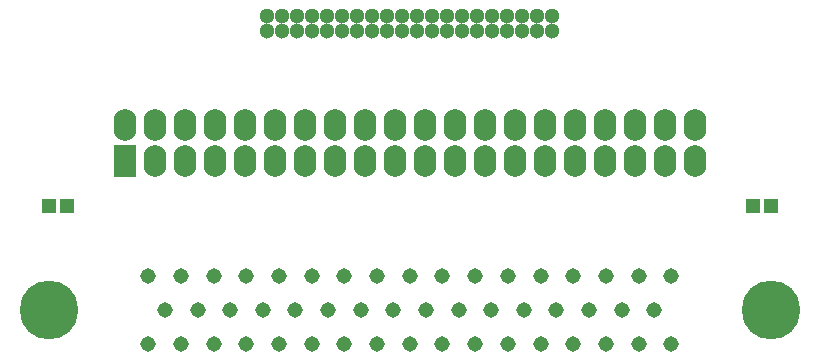
<source format=gbr>
G04 #@! TF.FileFunction,Soldermask,Top*
%FSLAX46Y46*%
G04 Gerber Fmt 4.6, Leading zero omitted, Abs format (unit mm)*
G04 Created by KiCad (PCBNEW 4.0.4-stable) date 2016 October 17, Monday 14:50:17*
%MOMM*%
%LPD*%
G01*
G04 APERTURE LIST*
%ADD10C,0.100000*%
%ADD11R,1.924000X2.686000*%
%ADD12O,1.924000X2.686000*%
%ADD13C,1.300000*%
%ADD14R,1.200000X1.150000*%
%ADD15C,4.972000*%
%ADD16C,1.314400*%
G04 APERTURE END LIST*
D10*
D11*
X117419120Y-89809320D03*
D12*
X119959120Y-89809320D03*
X122499120Y-89809320D03*
X125039120Y-89809320D03*
X127579120Y-89809320D03*
X130119120Y-89809320D03*
X132659120Y-89809320D03*
X135199120Y-89809320D03*
X137739120Y-89809320D03*
X140279120Y-89809320D03*
X142819120Y-89809320D03*
X145359120Y-89809320D03*
X147899120Y-89809320D03*
X150439120Y-89809320D03*
X152979120Y-89809320D03*
X155519120Y-89809320D03*
X158059120Y-89809320D03*
X160599120Y-89809320D03*
X163139120Y-89809320D03*
X165679120Y-89809320D03*
X117419120Y-86761320D03*
X119959120Y-86761320D03*
X122499120Y-86761320D03*
X125039120Y-86761320D03*
X127579120Y-86761320D03*
X130119120Y-86761320D03*
X132659120Y-86761320D03*
X135199120Y-86761320D03*
X137739120Y-86761320D03*
X140279120Y-86761320D03*
X142819120Y-86761320D03*
X145359120Y-86761320D03*
X147899120Y-86761320D03*
X150439120Y-86761320D03*
X152979120Y-86761320D03*
X155519120Y-86761320D03*
X158059120Y-86761320D03*
X160599120Y-86761320D03*
X163139120Y-86761320D03*
X165679120Y-86761320D03*
D13*
X129499360Y-77541120D03*
X130769360Y-77541120D03*
X132039360Y-77541120D03*
X133309360Y-77541120D03*
X134579360Y-77541120D03*
X135849360Y-77541120D03*
X137119360Y-77541120D03*
X138389360Y-77541120D03*
X139659360Y-77541120D03*
X140929360Y-77541120D03*
X142199360Y-77541120D03*
X143469360Y-77541120D03*
X144739360Y-77541120D03*
X146009360Y-77541120D03*
X147279360Y-77541120D03*
X148549360Y-77541120D03*
X149819360Y-77541120D03*
X151089360Y-77541120D03*
X152359360Y-77541120D03*
X153629360Y-77541120D03*
X129499360Y-78811120D03*
X130769360Y-78811120D03*
X132039360Y-78811120D03*
X133309360Y-78811120D03*
X134579360Y-78811120D03*
X135849360Y-78811120D03*
X137119360Y-78811120D03*
X138389360Y-78811120D03*
X139659360Y-78811120D03*
X140929360Y-78811120D03*
X142199360Y-78811120D03*
X143469360Y-78811120D03*
X144739360Y-78811120D03*
X146009360Y-78811120D03*
X147279360Y-78811120D03*
X148549360Y-78811120D03*
X149819360Y-78811120D03*
X151089360Y-78811120D03*
X152359360Y-78811120D03*
X153629360Y-78811120D03*
D14*
X110991520Y-93619320D03*
X112491520Y-93619320D03*
X172106020Y-93619320D03*
X170606020Y-93619320D03*
D15*
X172105320Y-102433120D03*
X110992920Y-102433120D03*
D16*
X163697920Y-99588320D03*
X160929320Y-99588320D03*
X158160720Y-99588320D03*
X155392120Y-99588320D03*
X152623520Y-99588320D03*
X149854920Y-99588320D03*
X147086320Y-99588320D03*
X144317720Y-99588320D03*
X141549120Y-99588320D03*
X138780520Y-99588320D03*
X136011920Y-99588320D03*
X133243320Y-99588320D03*
X130474720Y-99588320D03*
X127706120Y-99588320D03*
X124937520Y-99588320D03*
X122168920Y-99588320D03*
X119400320Y-99588320D03*
X162250120Y-102433120D03*
X152623520Y-105277920D03*
X155392120Y-105277920D03*
X158160720Y-105277920D03*
X149854920Y-105277920D03*
X147086320Y-105277920D03*
X160929320Y-105277920D03*
X163697920Y-105277920D03*
X124937520Y-105277920D03*
X119400320Y-105277920D03*
X122168920Y-105277920D03*
X141549120Y-105277920D03*
X130474720Y-105277920D03*
X144317720Y-105277920D03*
X133243320Y-105277920D03*
X138780520Y-105277920D03*
X136011920Y-105277920D03*
X127706120Y-105277920D03*
X159506920Y-102433120D03*
X156738320Y-102433120D03*
X153969720Y-102433120D03*
X151226520Y-102433120D03*
X148457920Y-102433120D03*
X145689320Y-102433120D03*
X142946120Y-102433120D03*
X140152120Y-102433120D03*
X137408920Y-102433120D03*
X134640320Y-102433120D03*
X131871720Y-102433120D03*
X129128520Y-102433120D03*
X126359920Y-102433120D03*
X123591320Y-102433120D03*
X120848120Y-102433120D03*
M02*

</source>
